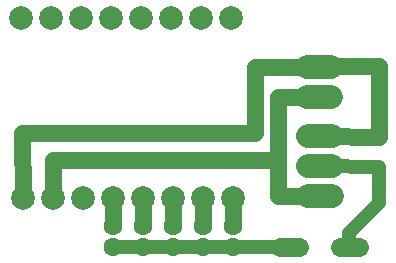
<source format=gbr>
%FSLAX34Y34*%
%MOMM*%
%LNCOPPER_BOTTOM*%
G71*
G01*
%ADD10C,2.000*%
%ADD11C,2.000*%
%ADD12C,1.400*%
%ADD13C,1.200*%
%ADD14C,1.600*%
%ADD15C,1.600*%
%LPD*%
X60108Y207271D02*
G54D10*
D03*
X85508Y207249D02*
G54D10*
D03*
X110909Y207227D02*
G54D10*
D03*
X161708Y207182D02*
G54D10*
D03*
X187108Y207160D02*
G54D10*
D03*
X212508Y207138D02*
G54D10*
D03*
X237908Y207116D02*
G54D10*
D03*
X136308Y207205D02*
G54D10*
D03*
X61305Y54876D02*
G54D10*
D03*
X86705Y54854D02*
G54D10*
D03*
X112105Y54831D02*
G54D10*
D03*
X162905Y54787D02*
G54D10*
D03*
X188305Y54765D02*
G54D10*
D03*
X213705Y54743D02*
G54D10*
D03*
X239105Y54721D02*
G54D10*
D03*
X137505Y54809D02*
G54D10*
D03*
G54D11*
X322400Y140294D02*
X302400Y140294D01*
G54D11*
X322400Y165694D02*
X302400Y165694D01*
G54D11*
X322800Y56269D02*
X302800Y56269D01*
G54D11*
X322800Y81669D02*
X302800Y81669D01*
G54D11*
X322800Y107069D02*
X302800Y107069D01*
G54D12*
X312400Y140294D02*
X277196Y140406D01*
X277200Y56669D01*
X312800Y56269D01*
G54D12*
X86705Y54854D02*
X86705Y86963D01*
X86600Y87069D01*
X277800Y87069D01*
G54D12*
X312800Y107069D02*
X362803Y106163D01*
X362803Y166091D01*
X258028Y165694D01*
X258200Y109769D01*
X60900Y110069D01*
X61200Y54982D01*
X61305Y54876D01*
G54D13*
X312800Y81669D02*
X363200Y81160D01*
X363200Y50600D01*
X337800Y25200D01*
X337800Y13294D01*
G54D12*
X239105Y54721D02*
X239105Y30908D01*
G54D13*
X137387Y13000D02*
X248106Y12897D01*
X287000Y12897D01*
G54D14*
X345800Y13294D02*
X329800Y13294D01*
G54D14*
X295000Y12897D02*
X279000Y12897D01*
X163302Y13116D02*
G54D15*
D03*
X188702Y13093D02*
G54D15*
D03*
X214102Y13071D02*
G54D15*
D03*
X239502Y13049D02*
G54D15*
D03*
X137902Y13137D02*
G54D15*
D03*
X162905Y30975D02*
G54D15*
D03*
X188305Y30952D02*
G54D15*
D03*
X213705Y30930D02*
G54D15*
D03*
X239105Y30908D02*
G54D15*
D03*
X137505Y30997D02*
G54D15*
D03*
G54D12*
X213705Y54743D02*
X213705Y30930D01*
G54D12*
X188305Y54765D02*
X188305Y30952D01*
G54D12*
X162905Y54787D02*
X162905Y30974D01*
G54D12*
X137505Y54809D02*
X137505Y30997D01*
M02*

</source>
